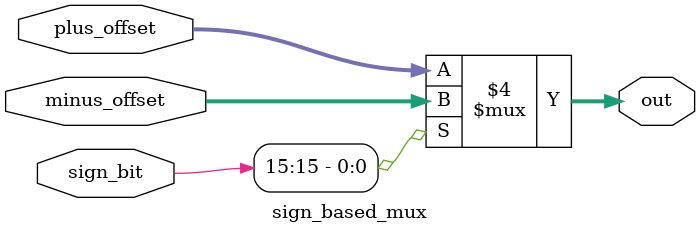
<source format=v>

module sign_based_mux #(
	parameter BITS = 16
)(
	input [BITS-1:0] sign_bit,
	input [BITS-1:0] minus_offset,
	input [BITS-1:0] plus_offset,
	output reg [BITS-1:0] out
);

	always @(*) begin
		// Check the MSB on the sign_bit
		// If the MSB is non-negative
		if (sign_bit[BITS-1] == 1'b0) begin
			out = plus_offset;
		end else begin 
			// If the MSB is negative
			out = minus_offset;
		end
	end
endmodule


	
</source>
